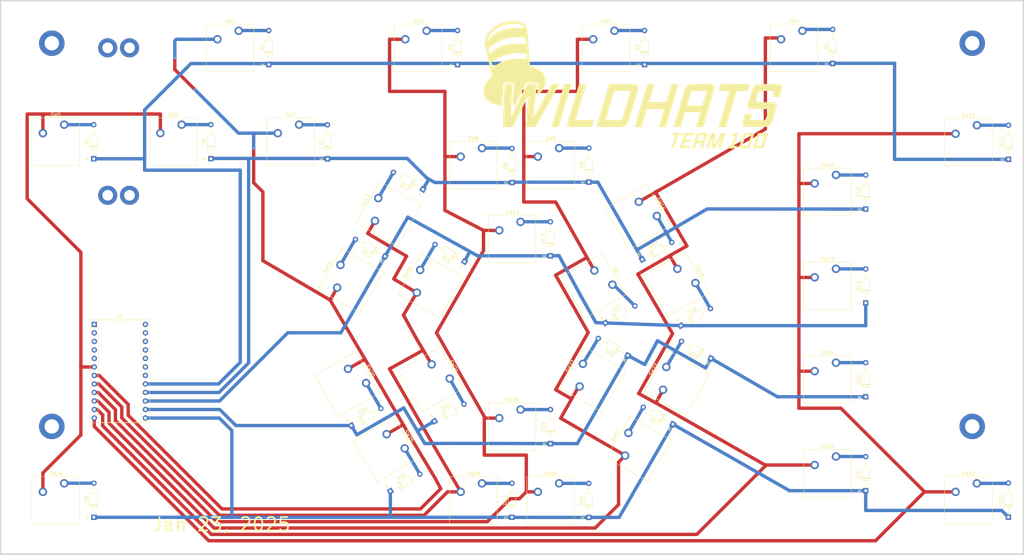
<source format=kicad_pcb>
(kicad_pcb (version 20240108) (generator "pcbnew") (generator_version "8.0")
  (layers (0 "F.Cu" signal) (31 "B.Cu" signal) (34 "B.Paste" user) (35 "F.Paste" user) (36 "B.SilkS" user "B.Silkscreen") (37 "F.SilkS" user "F.Silkscreen") (38 "B.Mask" user) (39 "F.Mask" user) (44 "Edge.Cuts" user))
  (net 0 "")
  (net 1 "Net-(D6-A)")
  (net 2 "Net-(D7-A)")
  (net 3 "Net-(D1-A)")
  (net 4 "Net-(D2-A)")
  (net 5 "Net-(D3-A)")
  (net 6 "Net-(D4-A)")
  (net 7 "Net-(D5-A)")
  (net 8 "Net-(D8-A)")
  (net 9 "Net-(D9-A)")
  (net 10 "Net-(D10-A)")
  (net 11 "Net-(D11-A)")
  (net 12 "Net-(D12-A)")
  (net 13 "Net-(D13-A)")
  (net 14 "Net-(D14-A)")
  (net 15 "Net-(D15-A)")
  (net 16 "Net-(D16-A)")
  (net 17 "Net-(D17-A)")
  (net 18 "Net-(D18-A)")
  (net 19 "Net-(D19-A)")
  (net 20 "Net-(D20-A)")
  (net 21 "Net-(D21-A)")
  (net 22 "Net-(D22-A)")
  (net 23 "Net-(D23-A)")
  (net 24 "Net-(D25-A)")
  (net 25 "Net-(D26-A)")
  (net 26 "Net-(D27-A)")
  (net 27 "Net-(D28-A)")
  (net 28 "Net-(D29-A)")
  (net 29 "Net-(D30-A)")
  (net 30 "Net-(D31-A)")
  (net 31 "Net-(D32-A)")
  (net 32 "/ROW0")
  (net 33 "/ROW1")
  (net 34 "/ROW2")
  (net 35 "/COL1")
  (net 36 "/COL4")
  (net 37 "/COL5")
  (net 38 "/COL6")
  (net 39 "/COL3")
  (net 40 "/COL2")
  (net 41 "/ROW4")
  (net 42 "/COL0")
  (net 43 "/ROW3")
  (net 44 "Net-(D24-A)")
  (footprint "MountingHole:MountingHole_4.3mm_M4_ISO7380_Pad" (layer "F.Cu") (at 346.16 181.44)
    (property "Reference" "H4" (hide yes))
    (property "Value" "MountingHole_4.3mm_M4_ISO7380_Pad" (hide yes))
  )
  (footprint "SW_Cherry_MX_PCB_1.00u" (layer "F.Cu") (at 345 96.675)
    (property "Reference" "SW11")
    (property "Value" "SW_Push" (hide yes))
  )
  (footprint "SW_Cherry_MX_PCB_1.00u" (layer "F.Cu") (at 345 203.5)
    (property "Reference" "SW32")
    (property "Value" "SW_Push" (hide yes))
  )
  (footprint "SW_Cherry_MX_PCB_1.00u" (layer "F.Cu") (at 143 96.5)
    (property "Reference" "SW7")
    (property "Value" "SW_Push")
  )
  (footprint "SW_Cherry_MX_PCB_1.00u" (layer "F.Cu") (at 161 138 60)
    (property "Reference" "SW15")
    (property "Value" "SW_Push" (hide yes))
  )
  (footprint "MountingHole:MountingHole_4.3mm_M4_ISO7380_Pad" (layer "F.Cu") (at 71.84 181.44)
    (property "Reference" "H3" (hide yes))
    (property "Value" "MountingHole_4.3mm_M4_ISO7380_Pad" (hide yes))
  )
  (footprint "SW_Cherry_MX_PCB_1.00u" (layer "F.Cu") (at 108 96.5)
    (property "Reference" "SW6")
    (property "Value" "SW_Push" (hide yes))
  )
  (footprint "Diode_THT:D_DO-35_SOD27_P10.16mm_Horizontal" (layer "F.Cu") (at 161.114585 181.179346 30)
    (property "Reference" "D20")
    (property "Value" "D" (hide yes))
  )
  (footprint "MountingHole:MountingHole_4.3mm_M4_ISO7380_Pad" (layer "F.Cu") (at 346.16 67.14)
    (property "Reference" "H2" (hide yes))
    (property "Value" "MountingHole_4.3mm_M4_ISO7380_Pad" (hide yes))
  )
  (footprint "Diode_THT:D_DO-35_SOD27_P10.16mm_Horizontal" (layer "F.Cu") (at 247.814389 131.634831 30)
    (property "Reference" "D14")
    (property "Value" "D" (hide yes))
  )
  (footprint "Diode_THT:D_DO-35_SOD27_P10.16mm_Horizontal" (layer "F.Cu") (at 314.409475 172.588613 90)
    (property "Reference" "D24")
    (property "Value" "D" (hide yes))
  )
  (footprint "SW_Cherry_MX_PCB_1.00u" (layer "F.Cu") (at 233.25 139.5 -60)
    (property "Reference" "SW17")
    (property "Value" "SW_Push" (hide yes))
  )
  (footprint "Diode_THT:D_DO-35_SOD27_P10.16mm_Horizontal" (layer "F.Cu") (at 84.353721 101.604585 90)
    (property "Reference" "D5")
    (property "Value" "D" (hide yes))
  )
  (footprint "Diode_THT:D_DO-35_SOD27_P10.16mm_Horizontal" (layer "F.Cu") (at 243.497032 160.277045 150)
    (property "Reference" "D22")
    (property "Value" "D" (hide yes))
  )
  (footprint "Diode_THT:D_DO-35_SOD27_P10.16mm_Horizontal" (layer "F.Cu") (at 192.75 73.5 90)
    (property "Reference" "D2")
    (property "Value" "D" (hide yes))
  )
  (footprint "SW_Cherry_MX_PCB_1.00u" (layer "F.Cu") (at 258 139 -60)
    (property "Reference" "SW18")
    (property "Value" "SW_Push" (hide yes))
  )
  (footprint "Diode_THT:D_DO-35_SOD27_P10.16mm_Horizontal" (layer "F.Cu") (at 220.460158 186.578019 90)
    (property "Reference" "D26")
    (property "Value" "D" (hide yes))
  )
  (footprint "Diode_THT:D_DO-35_SOD27_P10.16mm_Horizontal" (layer "F.Cu") (at 194.858101 132.263766 150)
    (property "Reference" "D16")
    (property "Value" "D" (hide yes))
  )
  (footprint "Graphics:wildhat_logo_6_med" (layer "F.Cu") (at 245 79.5)
    (property "Reference" "G***" (hide yes))
    (property "Value" "LOGO" (hide yes))
  )
  (footprint "Diode_THT:D_DO-35_SOD27_P10.16mm_Horizontal" (layer "F.Cu") (at 182.44933 110.742231 150)
    (property "Reference" "D12")
    (property "Value" "D" (hide yes))
  )
  (footprint "SW_Cherry_MX_PCB_1.00u" (layer "F.Cu") (at 303 167.5)
    (property "Reference" "SW24")
    (property "Value" "SW_Push" (hide yes))
  )
  (footprint "SW_Cherry_MX_PCB_1.00u" (layer "F.Cu") (at 233.25 167.5 60)
    (property "Reference" "SW22")
    (property "Value" "SW_Push" (hide yes))
  )
  (footprint "Diode_THT:D_DO-35_SOD27_P10.16mm_Horizontal" (layer "F.Cu") (at 231.873158 208.579999 90)
    (property "Reference" "D30")
    (property "Value" "D" (hide yes))
  )
  (footprint "SW_Cherry_MX_PCB_1.00u" (layer "F.Cu") (at 303 111.5)
    (property "Reference" "SW10")
    (property "Value" "SW_Push" (hide yes))
  )
  (footprint "SW_Cherry_MX_PCB_1.00u" (layer "F.Cu") (at 171.33712 188.334422 -60)
    (property "Reference" "SW25")
    (property "Value" "SW_Push" (hide yes))
  )
  (footprint "Diode_THT:D_DO-35_SOD27_P10.16mm_Horizontal" (layer "F.Cu") (at 171.147255 130.709537 150)
    (property "Reference" "D15")
    (property "Value" "D" (hide yes))
  )
  (footprint "Diode_THT:D_DO-35_SOD27_P10.16mm_Horizontal" (layer "F.Cu") (at 268.295963 161.139138 150)
    (property "Reference" "D23")
    (property "Value" "D" (hide yes))
  )
  (footprint "SW_Cherry_MX_PCB_1.00u" (layer "F.Cu") (at 220.5 103.5)
    (property "Reference" "SW9")
    (property "Value" "SW_Push" (hide yes))
  )
  (footprint "SW_Cherry_MX_PCB_1.00u" (layer "F.Cu") (at 197.5 103.5)
    (property "Reference" "SW8")
    (property "Value" "SW_Push" (hide yes))
  )
  (footprint "MountingHole:MountingHole_3.2mm_M3_ISO7380_Pad" (layer "F.Cu") (at 88.5 112.5)
    (property "Reference" "H7" (hide yes))
    (property "Value" "MountingHole_3.2mm_M3_ISO7380_Pad" (hide yes))
  )
  (footprint "Diode_THT:D_DO-35_SOD27_P10.16mm_Horizontal" (layer "F.Cu") (at 119.25 101.58 90)
    (property "Reference" "D6")
    (property "Value" "D" (hide yes))
  )
  (footprint "Diode_THT:D_DO-35_SOD27_P10.16mm_Horizontal" (layer "F.Cu") (at 259.329689 151.386719 30)
    (property "Reference" "D18")
    (property "Value" "D" (hide yes))
  )
  (footprint "SW_Cherry_MX_PCB_1.00u" (layer "F.Cu") (at 73 203.5)
    (property "Reference" "SW28")
    (property "Value" "SW_Push" (hide yes))
  )
  (footprint "Diode_THT:D_DO-35_SOD27_P10.16mm_Horizontal" (layer "F.Cu") (at 220.426281 130.552086 90)
    (property "Reference" "D13")
    (property "Value" "D" (hide yes))
  )
  (footprint "Package_DIP:DIP-24_W15.24mm_Socket" (layer "F.Cu") (at 84.5 151)
    (property "Reference" "J1")
    (property "Value" "Conn_02x12_Counter_Clockwise" (hide yes))
  )
  (footprint "Diode_THT:D_DO-35_SOD27_P10.16mm_Horizontal" (layer "F.Cu") (at 248.5 73.5 90)
    (property "Reference" "D3")
    (property "Value" "D" (hide yes))
  )
  (footprint "SW_Cherry_MX_PCB_1.00u" (layer "F.Cu") (at 184.75 139.5 60)
    (property "Reference" "SW16")
    (property "Value" "SW_Push" (hide yes))
  )
  (footprint "SW_Cherry_MX_PCB_1.00u" (layer "F.Cu") (at 159.830591 168.840295 -60)
    (property "Reference" "SW20")
    (property "Value" "SW_Push" (hide yes))
  )
  (footprint "SW_Cherry_MX_PCB_1.00u" (layer "F.Cu") (at 258.104705 168.470444 60)
    (property "Reference" "SW23")
    (property "Value" "SW_Push" (hide yes))
  )
  (footprint "Diode_THT:D_DO-35_SOD27_P10.16mm_Horizontal" (layer "F.Cu") (at 154 101.620488 90)
    (property "Reference" "D7")
    (property "Value" "D" (hide yes))
  )
  (footprint "Diode_THT:D_DO-35_SOD27_P10.16mm_Horizontal" (layer "F.Cu") (at 304.547809 73.169338 90)
    (property "Reference" "D4")
    (property "Value" "D" (hide yes))
  )
  (footprint "SW_Cherry_MX_PCB_1.00u" (layer "F.Cu") (at 246.5 119 -60)
    (property "Reference" "SW14")
    (property "Value" "SW_Push" (hide yes))
  )
  (footprint "Diode_THT:D_DO-35_SOD27_P10.16mm_Horizontal" (layer "F.Cu") (at 314.40438 116.605908 90)
    (property "Reference" "D10")
    (property "Value" "D" (hide yes))
  )
  (footprint "Diode_THT:D_DO-35_SOD27_P10.16mm_Horizontal" (layer "F.Cu") (at 356.926281 208.5 90)
    (property "Reference" "D32")
    (property "Value" "D" (hide yes))
  )
  (footprint "Diode_THT:D_DO-35_SOD27_P10.16mm_Horizontal" (layer "F.Cu") (at 208.976095 208.549813 90)
    (property "Reference" "D29")
    (property "Value" "D" (hide yes))
  )
  (footprint "Diode_THT:D_DO-35_SOD27_P10.16mm_Horizontal" (layer "F.Cu") (at 314.416535 144.61961 90)
    (property "Reference" "D19")
    (property "Value" "D" (hide yes))
  )
  (footprint "SW_Cherry_MX_PCB_1.00u" (layer "F.Cu") (at 303 195.5)
    (property "Reference" "SW31")
    (property "Value" "SW_Push" (hide yes))
  )
  (footprint "SW_Cherry_MX_PCB_1.00u" (layer "F.Cu") (at 209 181.5)
    (property "Reference" "SW26")
    (property "Value" "SW_Push" (hide yes))
  )
  (footprint "Diode_THT:D_DO-35_SOD27_P10.16mm_Horizontal" (layer "F.Cu") (at 231.90438 108.58 90)
    (property "Reference" "D9")
    (property "Value" "D" (hide yes))
  )
  (footprint "Diode_THT:D_DO-35_SOD27_P10.16mm_Horizontal" (layer "F.Cu") (at 209.01992 108.679603 90)
    (property "Reference" "D8")
    (property "Value" "D" (hide yes))
  )
  (footprint "SW_Cherry_MX_PCB_1.00u" (layer "F.Cu") (at 172.263773 118.080937 60)
    (property "Reference" "SW12")
    (property "Value" "SW_Push" (hide yes))
  )
  (footprint "SW_Cherry_MX_PCB_1.00u" (layer "F.Cu") (at 197.5 203.5)
    (property "Reference" "SW29")
    (property "Value" "SW_Push" (hide yes))
  )
  (footprint "SW_Cherry_MX_PCB_1.00u" (layer "F.Cu") (at 181 68.5)
    (property "Reference" "SW2")
    (property "Value" "SW_Push" (hide yes))
  )
  (footprint "SW_Cherry_MX_PCB_1.00u" (layer "F.Cu") (at 220.5 203.5)
    (property "Reference" "SW30")
    (property "Value" "SW_Push" (hide yes))
  )
  (footprint "SW_Cherry_MX_PCB_1.00u" (layer "F.Cu") (at 73 96.5)
    (property "Reference" "SW5")
    (property "Value" "SW_Push" (hide yes))
  )
  (footprint "Diode_THT:D_DO-35_SOD27_P10.16mm_Horizontal" (layer "F.Cu") (at 136.5 73.5 90)
    (property "Reference" "D1")
    (property "Value" "D" (hide yes))
  )
  (footprint "MountingHole:MountingHole_3.2mm_M3_ISO7380_Pad" (layer "F.Cu") (at 95 112.5)
    (property "Reference" "H8" (hide yes))
    (property "Value" "MountingHole_3.2mm_M3_ISO7380_Pad" (hide yes))
  )
  (footprint "SW_Cherry_MX_PCB_1.00u" (layer "F.Cu") (at 184.75 167.5 -60)
    (property "Reference" "SW21")
    (property "Value" "SW_Push" (hide yes))
  )
  (footprint "SW_Cherry_MX_PCB_1.00u" (layer "F.Cu") (at 237 68.5)
    (property "Reference" "SW3")
    (property "Value" "SW_Push" (hide yes))
  )
  (footprint "MountingHole:MountingHole_4.3mm_M4_ISO7380_Pad" (layer "F.Cu") (at 71.84 67.14)
    (property "Reference" "H1" (hide yes))
    (property "Value" "MountingHole_4.3mm_M4_ISO7380_Pad" (hide yes))
  )
  (footprint "Diode_THT:D_DO-35_SOD27_P10.16mm_Horizontal" (layer "F.Cu") (at 356.956198 101.771287 90)
    (property "Reference" "D11")
    (property "Value" "D" (hide yes))
  )
  (footprint "Diode_THT:D_DO-35_SOD27_P10.16mm_Horizontal" (layer "F.Cu") (at 185.883379 179.894509 30)
    (property "Reference" "D21")
    (property "Value" "D" (hide yes))
  )
  (footprint "MountingHole:MountingHole_3.2mm_M3_ISO7380_Pad" (layer "F.Cu") (at 95 68.5)
    (property "Reference" "H6" (hide yes))
    (property "Value" "MountingHole_3.2mm_M3_ISO7380_Pad" (hide yes))
  )
  (footprint "SW_Cherry_MX_PCB_1.00u" (layer "F.Cu") (at 246.815456 188.110433 60)
    (property "Reference" "SW27")
    (property "Value" "SW_Push" (hide yes))
  )
  (footprint "MountingHole:MountingHole_3.2mm_M3_ISO7380_Pad" (layer "F.Cu") (at 88.5 68.5)
    (property "Reference" "H5" (hide yes))
    (property "Value" "MountingHole_3.2mm_M3_ISO7380_Pad" (hide yes))
  )
  (footprint "SW_Cherry_MX_PCB_1.00u" (layer "F.Cu") (at 125 68.5)
    (property "Reference" "SW1")
    (property "Value" "SW_Push" (hide yes))
  )
  (footprint "SW_Cherry_MX_PCB_1.00u" (layer "F.Cu") (at 209 125.5)
    (property "Reference" "SW13")
    (property "Value" "SW_Push" (hide yes))
  )
  (footprint "SW_Cherry_MX_PCB_1.00u" (layer "F.Cu") (at 303 139.5)
    (property "Reference" "SW19")
    (property "Value" "SW_Push" (hide yes))
  )
  (footprint "Diode_THT:D_DO-35_SOD27_P10.16mm_Horizontal" (layer "F.Cu") (at 314.409934 200.604677 90)
    (property "Reference" "D31")
    (property "Value" "D" (hide yes))
  )
  (footprint "SW_Cherry_MX_PCB_1.00u" (layer "F.Cu") (at 293 68.5)
    (property "Reference" "SW4")
    (property "Value" "SW_Push" (hide yes))
  )
  (footprint "Diode_THT:D_DO-35_SOD27_P10.16mm_Horizontal" (layer "F.Cu") (at 84.391174 208.532349 90)
    (property "Reference" "D28")
    (property "Value" "D" (hide yes))
  )
  (footprint "Diode_THT:D_DO-35_SOD27_P10.16mm_Horizontal" (layer "F.Cu") (at 172.731112 200.755504 30)
    (property "Reference" "D25")
    (property "Value" "D" (hide yes))
  )
  (footprint "Diode_THT:D_DO-35_SOD27_P10.16mm_Horizontal" (layer "F.Cu") (at 256.92525 180.776226 150)
    (property "Reference" "D27")
    (property "Value" "D" (hide yes))
  )
  (footprint "Diode_THT:D_DO-35_SOD27_P10.16mm_Horizontal" (layer "F.Cu") (at 236.811436 150.581307 30)
    (property "Reference" "D17")
    (property "Value" "D" (hide yes))
  )
  (gr_line (start 361.4 54.44) (end 361.4 219.54) (stroke (width 0.4)) (layer "Edge.Cuts"))
  (gr_line (start 56.6 219.54) (end 56.6 54.44) (stroke (width 0.4)) (layer "Edge.Cuts"))
  (gr_line (start 361.4 219.54) (end 56.6 219.54) (stroke (width 0.4)) (layer "Edge.Cuts"))
  (gr_line (start 56.6 54.44) (end 361.4 54.44) (stroke (width 0.4)) (layer "Edge.Cuts"))
  (gr_text "Jan 23, 2025" (at 101.5 213 0) (layer "F.SilkS") (effects (font (size 4 4) (thickness 0.5)) (justify left bottom)))
  (segment (start 119.17 91.42) (end 110.54 91.42) (width 1) (layer "B.Cu") (net 1))
  (segment (start 145.580488 91.460488) (end 145.54 91.42) (width 1) (layer "F.Cu") (net 2))
  (segment (start 154 91.460488) (end 145.580488 91.460488) (width 1) (layer "B.Cu") (net 2))
  (segment (start 127.62 63.34) (end 127.54 63.42) (width 1) (layer "F.Cu") (net 3))
  (segment (start 136.5 63.34) (end 127.62 63.34) (width 1) (layer "B.Cu") (net 3))
  (segment (start 183.62 63.34) (end 183.54 63.42) (width 1) (layer "F.Cu") (net 4))
  (segment (start 192.75 63.34) (end 183.62 63.34) (width 1) (layer "B.Cu") (net 4))
  (segment (start 239.62 63.34) (end 239.54 63.42) (width 1) (layer "F.Cu") (net 5))
  (segment (start 248.5 63.34) (end 239.62 63.34) (width 1) (layer "B.Cu") (net 5))
  (segment (start 295.665 63.02) (end 304.537147 63.02) (width 1) (layer "B.Cu") (net 6))
  (segment (start 304.537147 63.02) (end 304.547809 63.009338) (width 1) (layer "B.Cu") (net 6))
  (segment (start 75.564585 91.444585) (end 75.54 91.42) (width 1) (layer "F.Cu") (net 7))
  (segment (start 84.353721 91.444585) (end 75.564585 91.444585) (width 1) (layer "B.Cu") (net 7))
  (segment (start 208.920317 98.42) (end 200.04 98.42) (width 1) (layer "B.Cu") (net 8))
  (segment (start 209.01992 98.519603) (end 208.920317 98.42) (width 1) (layer "B.Cu") (net 8))
  (segment (start 222.54 98.42) (end 231.90438 98.42) (width 1) (layer "B.Cu") (net 9))
  (segment (start 305.565908 106.445908) (end 314.051592 106.445908) (width 1) (layer "B.Cu") (net 10))
  (segment (start 305.54 106.42) (end 305.565908 106.445908) (width 1) (layer "B.Cu") (net 10))
  (segment (start 314.051592 106.445908) (end 314.0775 106.42) (width 1) (layer "B.Cu") (net 10))
  (segment (start 306.105 106.7975) (end 305.19 105.8825) (width 1) (layer "B.Cu") (net 10))
  (segment (start 356.939911 91.595) (end 356.956198 91.611287) (width 1) (layer "B.Cu") (net 11))
  (segment (start 348.0525 91.595) (end 356.939911 91.595) (width 1) (layer "B.Cu") (net 11))
  (segment (start 173.622743 105.69) (end 173.81 105.69) (width 1) (layer "B.Cu") (net 12))
  (segment (start 169.134364 113.341232) (end 173.622743 105.69) (width 1) (layer "B.Cu") (net 12))
  (segment (start 211.92 120.42) (end 211.04 120.42) (width 1) (layer "B.Cu") (net 13))
  (segment (start 211.567914 120.392086) (end 220.426281 120.392086) (width 1) (layer "B.Cu") (net 13))
  (segment (start 211.54 120.42) (end 211.567914 120.392086) (width 1) (layer "B.Cu") (net 13))
  (segment (start 252.169409 118.659705) (end 256.613207 126.554831) (width 1) (layer "B.Cu") (net 14))
  (segment (start 157.870591 133.260295) (end 162.112974 125.865) (width 1) (layer "B.Cu") (net 15))
  (segment (start 181.620591 134.760295) (end 186.059283 127.183766) (width 1) (layer "B.Cu") (net 16))
  (segment (start 239.268652 139.159705) (end 245.610254 145.501307) (width 1) (layer "B.Cu") (net 17))
  (segment (start 238.919409 139.159705) (end 239.268652 139.159705) (width 1) (layer "B.Cu") (net 17))
  (segment (start 263.669409 138.659705) (end 268.128507 146.306719) (width 1) (layer "B.Cu") (net 18))
  (segment (start 305.57961 134.45961) (end 314.46289 134.45961) (width 1) (layer "B.Cu") (net 19))
  (segment (start 305.54 134.42) (end 305.57961 134.45961) (width 1) (layer "B.Cu") (net 19))
  (segment (start 314.46289 134.45961) (end 314.5025 134.42) (width 1) (layer "B.Cu") (net 19))
  (segment (start 169.913403 176.099346) (end 165.5 168.5) (width 1) (layer "B.Cu") (net 20))
  (segment (start 190.419409 167.159705) (end 194.682197 174.814509) (width 1) (layer "B.Cu") (net 21))
  (segment (start 230.120591 162.760295) (end 234.698214 155.197045) (width 1) (layer "B.Cu") (net 22))
  (segment (start 254.975296 163.730739) (end 259.497145 156.059138) (width 1) (layer "B.Cu") (net 23))
  (segment (start 177.006529 188.006529) (end 181.52993 195.675504) (width 1) (layer "B.Cu") (net 24))
  (segment (start 177.006529 187.994127) (end 177.006529 188.006529) (width 1) (layer "B.Cu") (net 24))
  (segment (start 211.54 176.42) (end 220.458177 176.42) (width 1) (layer "B.Cu") (net 25))
  (segment (start 220.458177 176.42) (end 220.460158 176.418019) (width 1) (layer "B.Cu") (net 25))
  (segment (start 243.686047 183.370728) (end 248.126432 175.696226) (width 1) (layer "B.Cu") (net 26))
  (segment (start 75.587651 198.372349) (end 75.54 198.42) (width 1) (layer "F.Cu") (net 27))
  (segment (start 84.391174 198.372349) (end 84.343523 198.42) (width 1) (layer "B.Cu") (net 27))
  (segment (start 84.391174 198.372349) (end 75.587651 198.372349) (width 1) (layer "B.Cu") (net 27))
  (segment (start 84.391174 198.372349) (end 84.608825 198.59) (width 1) (layer "B.Cu") (net 27))
  (segment (start 200.04 198.42) (end 208.945908 198.42) (width 1) (layer "B.Cu") (net 28))
  (segment (start 208.945908 198.42) (end 208.976095 198.389813) (width 1) (layer "B.Cu") (net 28))
  (segment (start 231.873157 198.42) (end 231.873158 198.419999) (width 1) (layer "B.Cu") (net 29))
  (segment (start 223.04 198.42) (end 231.873157 198.42) (width 1) (layer "B.Cu") (net 29))
  (segment (start 314.385257 190.42) (end 314.409934 190.444677) (width 1) (layer "B.Cu") (net 30))
  (segment (start 305.54 190.42) (end 314.385257 190.42) (width 1) (layer "B.Cu") (net 30))
  (segment (start 356.846281 198.42) (end 356.926281 198.34) (width 1) (layer "F.Cu") (net 31))
  (segment (start 347.54 198.42) (end 356.846281 198.42) (width 1) (layer "B.Cu") (net 31))
  (segment (start 128 162.312994) (end 128 105) (width 1) (layer "B.Cu") (net 32))
  (segment (start 136.197887 73.197887) (end 136.5 73.5) (width 1) (layer "B.Cu") (net 32))
  (segment (start 192.75 73.5) (end 193.10029 73.14971) (width 1) (layer "B.Cu") (net 32))
  (segment (start 128 105) (end 99.5 105) (width 1) (layer "B.Cu") (net 32))
  (segment (start 248.830662 73.169338) (end 304.547809 73.169338) (width 1) (layer "B.Cu") (net 32))
  (segment (start 113.302113 73.197887) (end 136.197887 73.197887) (width 1) (layer "B.Cu") (net 32))
  (segment (start 99.5 87) (end 113.302113 73.197887) (width 1) (layer "B.Cu") (net 32))
  (segment (start 304.5 73.121529) (end 323 73.121529) (width 1) (layer "B.Cu") (net 32))
  (segment (start 192.75 73.5) (end 192.39971 73.14971) (width 1) (layer "B.Cu") (net 32))
  (segment (start 323 101.771287) (end 356.728713 101.771287) (width 1) (layer "B.Cu") (net 32))
  (segment (start 323 73.121529) (end 323 101.771287) (width 1) (layer "B.Cu") (net 32))
  (segment (start 99.5 101.604585) (end 84.353721 101.604585) (width 1) (layer "B.Cu") (net 32))
  (segment (start 248.14971 73.14971) (end 248.5 73.5) (width 1) (layer "B.Cu") (net 32))
  (segment (start 248.5 73.5) (end 248.830662 73.169338) (width 1) (layer "B.Cu") (net 32))
  (segment (start 136.85029 73.14971) (end 136.5 73.5) (width 1) (layer "B.Cu") (net 32))
  (segment (start 99.5 105) (end 99.5 101.604585) (width 1) (layer "B.Cu") (net 32))
  (segment (start 121.532994 168.78) (end 128 162.312994) (width 1) (layer "B.Cu") (net 32))
  (segment (start 192.39971 73.14971) (end 136.85029 73.14971) (width 1) (layer "B.Cu") (net 32))
  (segment (start 99.74 168.78) (end 121.532994 168.78) (width 1) (layer "B.Cu") (net 32))
  (segment (start 193.10029 73.14971) (end 248.14971 73.14971) (width 1) (layer "B.Cu") (net 32))
  (segment (start 99.5 101.604585) (end 99.5 87) (width 1) (layer "B.Cu") (net 32))
  (segment (start 183.641314 107.358686) (end 186 108.679603) (width 1) (layer "B.Cu") (net 33))
  (segment (start 130.5 162.5) (end 130.5 101.75) (width 1) (layer "B.Cu") (net 33))
  (segment (start 177.782628 101.5) (end 183.641314 107.358686) (width 1) (layer "B.Cu") (net 33))
  (segment (start 267.138902 116.576793) (end 314.40438 116.605908) (width 1) (layer "B.Cu") (net 33))
  (segment (start 231.90438 108.58) (end 231.90438 108.577995) (width 1) (layer "B.Cu") (net 33))
  (segment (start 231.90438 108.58) (end 209.119523 108.58) (width 1) (layer "B.Cu") (net 33))
  (segment (start 186 108.679603) (end 209.01992 108.679603) (width 1) (layer "B.Cu") (net 33))
  (segment (start 246.190502 128.809498) (end 267.138902 116.576793) (width 1) (layer "B.Cu") (net 33))
  (segment (start 99.74 171.32) (end 121.68 171.32) (width 1) (layer "B.Cu") (net 33))
  (segment (start 234.563408 108.58) (end 231.90438 108.58) (width 1) (layer "B.Cu") (net 33))
  (segment (start 247.814389 131.634831) (end 234.563408 108.58) (width 1) (layer "B.Cu") (net 33))
  (segment (start 182.44933 110.742231) (end 184.191839 107.666993) (width 1) (layer "B.Cu") (net 33))
  (segment (start 119.33 101.5) (end 177.782628 101.5) (width 1) (layer "B.Cu") (net 33))
  (segment (start 121.68 171.32) (end 130.5 162.5) (width 1) (layer "B.Cu") (net 33))
  (segment (start 209.119523 108.58) (end 209.01992 108.679603) (width 1) (layer "B.Cu") (net 33))
  (segment (start 259.329689 151.386719) (end 314.416535 151.386719) (width 1) (layer "B.Cu") (net 34))
  (segment (start 194.858101 132.263766) (end 196.392728 129.2504) (width 1) (layer "B.Cu") (net 34))
  (segment (start 223 130.5) (end 229.5 142.5) (width 1) (layer "B.Cu") (net 34))
  (segment (start 229.5 142.5) (end 234 150.5) (width 1) (layer "B.Cu") (net 34))
  (segment (start 177.938714 119.028831) (end 195.01353 128.48647) (width 1) (layer "B.Cu") (net 34))
  (segment (start 234 150.5) (end 236.811436 150.581307) (width 1) (layer "B.Cu") (net 34))
  (segment (start 236.918693 150.581307) (end 259.329689 151.386719) (width 1) (layer "B.Cu") (net 34))
  (segment (start 158 153.5) (end 171.147255 130.709537) (width 1) (layer "B.Cu") (net 34))
  (segment (start 142.187006 153.5) (end 158 153.5) (width 1) (layer "B.Cu") (net 34))
  (segment (start 314.416535 151.386719) (end 314.416535 144.61961) (width 1) (layer "B.Cu") (net 34))
  (segment (start 195.01353 128.48647) (end 198.742792 130.552086) (width 1) (layer "B.Cu") (net 34))
  (segment (start 99.74 173.86) (end 121.827006 173.86) (width 1) (layer "B.Cu") (net 34))
  (segment (start 171.147255 130.709537) (end 177.938714 119.028831) (width 1) (layer "B.Cu") (net 34))
  (segment (start 198.742792 130.552086) (end 220.426281 130.552086) (width 1) (layer "B.Cu") (net 34))
  (segment (start 220.426281 130.552086) (end 223 130.5) (width 1) (layer "B.Cu") (net 34))
  (segment (start 121.827006 173.86) (end 142.187006 153.5) (width 1) (layer "B.Cu") (net 34))
  (segment (start 122.55 206.05) (end 94.6 178.1) (width 1) (layer "F.Cu") (net 35))
  (segment (start 154.816801 143.763111) (end 165.172355 161.38786) (width 1) (layer "F.Cu") (net 35))
  (segment (start 156.895295 140.029556) (end 154.816801 143.763111) (width 1) (layer "F.Cu") (net 35))
  (segment (start 165.172355 161.38786) (end 174.364904 177.135096) (width 1) (layer "F.Cu") (net 35))
  (segment (start 187.75 200) (end 181.7 206.05) (width 1) (layer "F.Cu") (net 35))
  (segment (start 186 196.75) (end 187.75 200) (width 1) (layer "F.Cu") (net 35))
  (segment (start 134.75 132) (end 154.816801 143.763111) (width 1) (layer "F.Cu") (net 35))
  (segment (start 85.988024 166.24) (end 84.5 166.24) (width 1) (layer "F.Cu") (net 35))
  (segment (start 94.6 174.851976) (end 85.988024 166.24) (width 1) (layer "F.Cu") (net 35))
  (segment (start 160.125296 164.270738) (end 165.172355 161.38786) (width 1) (layer "F.Cu") (net 35))
  (segment (start 108.5 75) (end 108.5 71.5) (width 1) (layer "F.Cu") (net 35))
  (segment (start 134.75 111.5) (end 134.75 132) (width 1) (layer "F.Cu") (net 35))
  (segment (start 178.5 184.25) (end 186 196.75) (width 1) (layer "F.Cu") (net 35))
  (segment (start 114.5 81) (end 108.5 75) (width 1) (layer "F.Cu") (net 35))
  (segment (start 94.6 178.1) (end 94.6 174.851976) (width 1) (layer "F.Cu") (net 35))
  (segment (start 132 98.5) (end 132 108.75) (width 1) (layer "F.Cu") (net 35))
  (segment (start 174.364904 177.135096) (end 176.573297 180.918169) (width 1) (layer "F.Cu") (net 35))
  (segment (start 181.7 206.05) (end 122.55 206.05) (width 1) (layer "F.Cu") (net 35))
  (segment (start 132 108.75) (end 134.75 111.5) (width 1) (layer "F.Cu") (net 35))
  (segment (start 176.573297 180.918169) (end 178.5 184.25) (width 1) (layer "F.Cu") (net 35))
  (segment (start 176.573297 180.918169) (end 171.631825 183.764865) (width 1) (layer "F.Cu") (net 35))
  (via (at 114.5 81) (size 0.6) (drill 0.3) (layers "F.Cu" "B.Cu") (net 35))
  (via (at 132 98.5) (size 0.6) (drill 0.3) (layers "F.Cu" "B.Cu") (net 35))
  (via (at 108.5 71.5) (size 0.6) (drill 0.3) (layers "F.Cu" "B.Cu") (net 35))
  (segment (start 121.19 65.96) (end 114.04 65.96) (width 1) (layer "B.Cu") (net 35))
  (segment (start 108.5 66.42) (end 108.96 65.96) (width 1) (layer "B.Cu") (net 35))
  (segment (start 114.5 81) (end 127.46 93.96) (width 1) (layer "B.Cu") (net 35))
  (segment (start 108.96 65.96) (end 114.04 65.96) (width 1) (layer "B.Cu") (net 35))
  (segment (start 132 93.96) (end 139.19 93.96) (width 1) (layer "B.Cu") (net 35))
  (segment (start 114.04 65.96) (end 114 66) (width 1) (layer "B.Cu") (net 35))
  (segment (start 127.46 93.96) (end 132 93.96) (width 1) (layer "B.Cu") (net 35))
  (segment (start 132 93.96) (end 132 98.5) (width 1) (layer "B.Cu") (net 35))
  (segment (start 108.5 71.5) (end 108.5 66.42) (width 1) (layer "B.Cu") (net 35))
  (segment (start 228.5 65.96) (end 228.5 81.5) (width 1) (layer "F.Cu") (net 36))
  (segment (start 222 114.5) (end 233.544705 134.930443) (width 1) (layer "F.Cu") (net 36))
  (segment (start 228.5 170.174851) (end 223.5 179) (width 1) (layer "F.Cu") (net 36))
  (segment (start 229.145295 169.529556) (end 228.5 170.174851) (width 1) (layer "F.Cu") (net 36))
  (segment (start 222 170.5) (end 226.754938 173.254938) (width 1) (layer "F.Cu") (net 36))
  (segment (start 233.75 211.75) (end 120.188982 211.75) (width 1) (layer "F.Cu") (net 36))
  (segment (start 231.331263 131.013356) (end 221.999156 136.329199) (width 1) (layer "F.Cu") (net 36))
  (segment (start 221.999156 136.329199) (end 231.692826 153.408522) (width 1) (layer "F.Cu") (net 36))
  (segment (start 240.75 204.75) (end 233.75 211.75) (width 1) (layer "F.Cu") (net 36))
  (segment (start 212.5 114.5) (end 222 114.5) (width 1) (layer "F.Cu") (net 36))
  (segment (start 88.9 177.212994) (end 85.547006 173.86) (width 1) (layer "F.Cu") (net 36))
  (segment (start 231.692826 153.408522) (end 222 170.5) (width 1) (layer "F.Cu") (net 36))
  (segment (start 223.5 179) (end 243.024704 190.269261) (width 1) (layer "F.Cu") (net 36))
  (segment (start 88.9 180.461018) (end 88.9 177.212994) (width 1) (layer "F.Cu") (net 36))
  (segment (start 212.5 81.5) (end 212.5 114.5) (width 1) (layer "F.Cu") (net 36))
  (segment (start 216.69 100.96) (end 212.96 100.96) (width 1) (layer "F.Cu") (net 36))
  (segment (start 233.19 65.96) (end 228.5 65.96) (width 1) (layer "F.Cu") (net 36))
  (segment (start 240.75 192.10074) (end 240.75 204.75) (width 1) (layer "F.Cu") (net 36))
  (segment (start 242.710751 190.139989) (end 240.75 192.10074) (width 1) (layer "F.Cu") (net 36))
  (segment (start 120.188982 211.75) (end 88.9 180.461018) (width 1) (layer "F.Cu") (net 36))
  (segment (start 85.547006 173.86) (end 84.5 173.86) (width 1) (layer "F.Cu") (net 36))
  (segment (start 228.5 81.5) (end 212.5 81.5) (width 1) (layer "F.Cu") (net 36))
  (segment (start 251.75 111.5) (end 252.912644 110.912644) (width 1) (layer "F.Cu") (net 37))
  (segment (start 284.656087 193.074039) (end 251.871794 174.44536) (width 1) (layer "F.Cu") (net 37))
  (segment (start 264.06 213.65) (end 119.401976 213.65) (width 1) (layer "F.Cu") (net 37))
  (segment (start 246.5 136) (end 256.838461 153.790109) (width 1) (layer "F.Cu") (net 37))
  (segment (start 284.5 92.75) (end 252.912644 110.912644) (width 1) (layer "F.Cu") (net 37))
  (segment (start 299.19 192.96) (end 284.75 192.96) (width 1) (layer "F.Cu") (net 37))
  (segment (start 261.115599 127.615599) (end 251.75 111.5) (width 1) (layer "F.Cu") (net 37))
  (segment (start 284.5 65.56) (end 289.315 65.56) (width 1) (layer "F.Cu") (net 37))
  (segment (start 284.5 92.75) (end 284.5 65.56) (width 1) (layer "F.Cu") (net 37))
  (segment (start 252.912644 110.912644) (end 246.794705 114.430443) (width 1) (layer "F.Cu") (net 37))
  (segment (start 256.838461 153.790109) (end 246.739044 171.62723) (width 1) (layer "F.Cu") (net 37))
  (segment (start 119.401976 213.65) (end 87 181.248024) (width 1) (layer "F.Cu") (net 37))
  (segment (start 87 181.248024) (end 87 178) (width 1) (layer "F.Cu") (net 37))
  (segment (start 256 130.5) (end 258.294705 134.430443) (width 1) (layer "F.Cu") (net 37))
  (segment (start 256 130.5) (end 261.115599 127.615599) (width 1) (layer "F.Cu") (net 37))
  (segment (start 85.4 176.4) (end 84.5 176.4) (width 1) (layer "F.Cu") (net 37))
  (segment (start 256 130.5) (end 246.5 136) (width 1) (layer "F.Cu") (net 37))
  (segment (start 246.739044 171.62723) (end 251.871794 174.44536) (width 1) (layer "F.Cu") (net 37))
  (segment (start 284.75 192.96) (end 264.06 213.65) (width 1) (layer "F.Cu") (net 37))
  (segment (start 87 178) (end 85.4 176.4) (width 1) (layer "F.Cu") (net 37))
  (segment (start 251.871794 174.44536) (end 254 170.5) (width 1) (layer "F.Cu") (net 37))
  (segment (start 341.19 200.96) (end 331.75 200.96) (width 1) (layer "F.Cu") (net 38))
  (segment (start 331.75 200.96) (end 331.75 200.75) (width 1) (layer "F.Cu") (net 38))
  (segment (start 331.915 200.96) (end 317.325 215.55) (width 1) (layer "F.Cu") (net 38))
  (segment (start 307 176) (end 294.5 176) (width 1) (layer "F.Cu") (net 38))
  (segment (start 317.325 215.55) (end 118.61497 215.55) (width 1) (layer "F.Cu") (net 38))
  (segment (start 294.5 94.135) (end 341.7025 94.135) (width 1) (layer "F.Cu") (net 38))
  (segment (start 294.5 164.96) (end 294.5 136.9975) (width 1) (layer "F.Cu") (net 38))
  (segment (start 294.5 164.96) (end 299.19 164.96) (width 1) (layer "F.Cu") (net 38))
  (segment (start 331.75 200.75) (end 307 176) (width 1) (layer "F.Cu") (net 38))
  (segment (start 294.5 136.9975) (end 299.2275 136.9975) (width 1) (layer "F.Cu") (net 38))
  (segment (start 118.61497 215.55) (end 84.5 181.43503) (width 1) (layer "F.Cu") (net 38))
  (segment (start 299.19 108.96) (end 294.54 108.96) (width 1) (layer "F.Cu") (net 38))
  (segment (start 294.5 109) (end 294.5 94.135) (width 1) (layer "F.Cu") (net 38))
  (segment (start 294.5 136.9975) (end 294.5 109) (width 1) (layer "F.Cu") (net 38))
  (segment (start 294.54 108.96) (end 294.5 109) (width 1) (layer "F.Cu") (net 38))
  (segment (start 294.5 176) (end 294.5 164.96) (width 1) (layer "F.Cu") (net 38))
  (segment (start 84.5 181.43503) (end 84.5 178.94) (width 1) (layer "F.Cu") (net 38))
  (segment (start 90.8 176.425988) (end 85.694012 171.32) (width 1) (layer "F.Cu") (net 39))
  (segment (start 189 100.96) (end 193.69 100.96) (width 1) (layer "F.Cu") (net 39))
  (segment (start 213.25 190) (end 200.731885 190) (width 1) (layer "F.Cu") (net 39))
  (segment (start 213.25 200.96) (end 211.21 203) (width 1) (layer "F.Cu") (net 39))
  (segment (start 200.5 122.96) (end 189 117) (width 1) (layer "F.Cu") (net 39))
  (segment (start 172.5 81.5) (end 172.5 65.96) (width 1) (layer "F.Cu") (net 39))
  (segment (start 120.975988 209.85) (end 90.8 179.674012) (width 1) (layer "F.Cu") (net 39))
  (segment (start 216.69 200.96) (end 213.25 200.96) (width 1) (layer "F.Cu") (net 39))
  (segment (start 200.731885 190) (end 200.731885 178.96) (width 1) (layer "F.Cu") (net 39))
  (segment (start 200.5 129) (end 200.5 122.96) (width 1) (layer "F.Cu") (net 39))
  (segment (start 200.5 122.96) (end 204.69 122.96) (width 1) (layer "F.Cu") (net 39))
  (segment (start 200.731885 178.96) (end 205.19 178.96) (width 1) (layer "F.Cu") (net 39))
  (segment (start 213.25 200.96) (end 213.25 190) (width 1) (layer "F.Cu") (net 39))
  (segment (start 201.65 209.85) (end 120.975988 209.85) (width 1) (layer "F.Cu") (net 39))
  (segment (start 189 100.96) (end 189 81.5) (width 1) (layer "F.Cu") (net 39))
  (segment (start 189 117) (end 189 100.96) (width 1) (layer "F.Cu") (net 39))
  (segment (start 90.8 179.674012) (end 90.8 176.425988) (width 1) (layer "F.Cu") (net 39))
  (segment (start 211.21 203) (end 208.5 203) (width 1) (layer "F.Cu") (net 39))
  (segment (start 201 178.96) (end 186.5 153.5) (width 1) (layer "F.Cu") (net 39))
  (segment (start 85.694012 171.32) (end 84.5 171.32) (width 1) (layer "F.Cu") (net 39))
  (segment (start 186.5 153.5) (end 200.5 129) (width 1) (layer "F.Cu") (net 39))
  (segment (start 208.5 203) (end 201.65 209.85) (width 1) (layer "F.Cu") (net 39))
  (segment (start 189 81.5) (end 172.5 81.5) (width 1) (layer "F.Cu") (net 39))
  (segment (start 172.5 65.96) (end 177.19 65.96) (width 1) (layer "F.Cu") (net 39))
  (segment (start 92.7 175.638982) (end 85.841018 168.78) (width 1) (layer "F.Cu") (net 40))
  (segment (start 121.762994 207.95) (end 92.7 178.887006) (width 1) (layer "F.Cu") (net 40))
  (segment (start 180.529556 141.529556) (end 173.763773 137.448317) (width 1) (layer "F.Cu") (net 40))
  (segment (start 177.570697 130.667235) (end 166.008613 123.876076) (width 1) (layer "F.Cu") (net 40))
  (segment (start 176.64549 148.226086) (end 180.024704 142.529556) (width 1) (layer "F.Cu") (net 40))
  (segment (start 185.044705 162.930443) (end 180.668422 155.541339) (width 1) (layer "F.Cu") (net 40))
  (segment (start 173.763773 137.448317) (end 177.570697 130.667235) (width 1) (layer "F.Cu") (net 40))
  (segment (start 181.5 180) (end 193.69 200.96) (width 1) (layer "F.Cu") (net 40))
  (segment (start 172.487864 164.278844) (end 181.5 180) (width 1) (layer "F.Cu") (net 40))
  (segment (start 180.645295 141.529556) (end 180.529556 141.529556) (width 1) (layer "F.Cu") (net 40))
  (segment (start 92.7 178.887006) (end 92.7 175.638982) (width 1) (layer "F.Cu") (net 40))
  (segment (start 182.531132 158.686419) (end 172.487864 164.278844) (width 1) (layer "F.Cu") (net 40))
  (segment (start 85.841018 168.78) (end 84.5 168.78) (width 1) (layer "F.Cu") (net 40))
  (segment (start 166.008613 123.876076) (end 168.159068 120.110493) (width 1) (layer "F.Cu") (net 40))
  (segment (start 180.668422 155.541339) (end 176.64549 148.226086) (width 1) (layer "F.Cu") (net 40))
  (segment (start 189.79 200.96) (end 182.8 207.95) (width 1) (layer "F.Cu") (net 40))
  (segment (start 182.8 207.95) (end 121.762994 207.95) (width 1) (layer "F.Cu") (net 40))
  (segment (start 193.69 200.96) (end 189.79 200.96) (width 1) (layer "F.Cu") (net 40))
  (segment (start 109.25 208.549813) (end 84.408638 208.549813) (width 1) (layer "B.Cu") (net 41))
  (segment (start 84.408638 208.549813) (end 84.391174 208.532349) (width 1) (layer "B.Cu") (net 41))
  (segment (start 125.5 182.687006) (end 125.5 208.549813) (width 1) (layer "B.Cu") (net 41))
  (segment (start 125.5 208.549813) (end 109.25 208.549813) (width 1) (layer "B.Cu") (net 41))
  (segment (start 291.604677 200.604677) (end 291.5 200.5) (width 1) (layer "B.Cu") (net 41))
  (segment (start 209.006281 208.579999) (end 208.976095 208.549813) (width 1) (layer "B.Cu") (net 41))
  (segment (start 314.409934 200.604677) (end 314.409934 206.508285) (width 1) (layer "B.Cu") (net 41))
  (segment (start 240.920001 208.579999) (end 231.873158 208.579999) (width 1) (layer "B.Cu") (net 41))
  (segment (start 121.752994 178.94) (end 125.5 182.687006) (width 1) (layer "B.Cu") (net 41))
  (segment (start 99.74 178.94) (end 121.752994 178.94) (width 1) (layer "B.Cu") (net 41))
  (segment (start 354.934566 206.508285) (end 356.926281 208.5) (width 1) (layer "B.Cu") (net 41))
  (segment (start 256.92525 180.776226) (end 240.920001 208.579999) (width 1) (layer "B.Cu") (net 41))
  (segment (start 231.920001 208.579999) (end 209.006281 208.579999) (width 1) (layer "B.Cu") (net 41))
  (segment (start 314.409934 206.508285) (end 354.934566 206.508285) (width 1) (layer "B.Cu") (net 41))
  (segment (start 291.5 200.5) (end 256.92525 180.776226) (width 1) (layer "B.Cu") (net 41))
  (segment (start 208.976095 208.549813) (end 109.25 208.549813) (width 1) (layer "B.Cu") (net 41))
  (segment (start 314.409934 200.604677) (end 291.604677 200.604677) (width 1) (layer "B.Cu") (net 41))
  (segment (start 172.731112 200.755504) (end 172.754919 208.549813) (width 1) (layer "B.Cu") (net 41))
  (segment (start 69.19 88.25) (end 104.19 88.25) (width 1) (layer "F.Cu") (net 42))
  (segment (start 69.19 200.96) (end 69.19 195.31) (width 1) (layer "F.Cu") (net 42))
  (segment (start 64.5 93.92) (end 64.5 88.25) (width 1) (layer "F.Cu") (net 42))
  (segment (start 104.19 88.25) (end 104.19 93.96) (width 1) (layer "F.Cu") (net 42))
  (segment (start 64.5 88.25) (end 69.19 88.25) (width 1) (layer "F.Cu") (net 42))
  (segment (start 64.5 113.5) (end 64.5 94) (width 1) (layer "F.Cu") (net 42))
  (segment (start 69.19 195.31) (end 80.5 184) (width 1) (layer "F.Cu") (net 42))
  (segment (start 80.5 184) (end 80.5 163.7) (width 1) (layer "F.Cu") (net 42))
  (segment (start 80.5 163.7) (end 80.5 129.5) (width 1) (layer "F.Cu") (net 42))
  (segment (start 69.19 93.96) (end 69.19 88.25) (width 1) (layer "F.Cu") (net 42))
  (segment (start 84.5 163.7) (end 80.5 163.7) (width 1) (layer "F.Cu") (net 42))
  (segment (start 80.5 129.5) (end 64.5 113.5) (width 1) (layer "F.Cu") (net 42))
  (segment (start 288.198075 172.588613) (end 288.150901 172.635787) (width 1) (layer "B.Cu") (net 43))
  (segment (start 185.883379 179.894509) (end 180.767562 182.7901) (width 1) (layer "B.Cu") (net 43))
  (segment (start 252.356351 155.877054) (end 248.537978 162.97789) (width 1) (layer "B.Cu") (net 43))
  (segment (start 121.9 176.4) (end 126.679346 181.179346) (width 1) (layer "B.Cu") (net 43))
  (segment (start 314.409475 172.588613) (end 288.198075 172.588613) (width 1) (layer "B.Cu") (net 43))
  (segment (start 126.679346 181.179346) (end 161.114585 181.179346) (width 1) (layer "B.Cu") (net 43))
  (segment (start 266.676923 163.989377) (end 252.356351 155.877054) (width 1) (layer "B.Cu") (net 43))
  (segment (start 99.74 176.4) (end 121.9 176.4) (width 1) (layer "B.Cu") (net 43))
  (segment (start 176.723355 175.920488) (end 182.976226 186.541803) (width 1) (layer "B.Cu") (net 43))
  (segment (start 228.421981 186.578019) (end 189.5 186.5) (width 1) (layer "B.Cu") (net 43))
  (segment (start 248.537978 162.97789) (end 243.497032 160.277045) (width 1) (layer "B.Cu") (net 43))
  (segment (start 288.150901 172.635787) (end 268.295963 161.139138) (width 1) (layer "B.Cu") (net 43))
  (segment (start 268.295963 161.139138) (end 266.676923 163.989377) (width 1) (layer "B.Cu") (net 43))
  (segment (start 182.976226 186.541803) (end 189.5 186.5) (width 1) (layer "B.Cu") (net 43))
  (segment (start 243.497032 160.277045) (end 228.5 186.5) (width 1) (layer "B.Cu") (net 43))
  (segment (start 228.5 186.5) (end 228.421981 186.578019) (width 1) (layer "B.Cu") (net 43))
  (segment (start 162.743459 183.941897) (end 176.723355 175.920488) (width 1) (layer "B.Cu") (net 43))
  (segment (start 161.114585 181.179346) (end 162.743459 183.941897) (width 1) (layer "B.Cu") (net 43))
  (segment (start 314.400862 162.42) (end 314.409475 162.428613) (width 1) (layer "B.Cu") (net 44))
  (segment (start 305.54 162.42) (end 314.400862 162.42) (width 1) (layer "B.Cu") (net 44))
)
</source>
